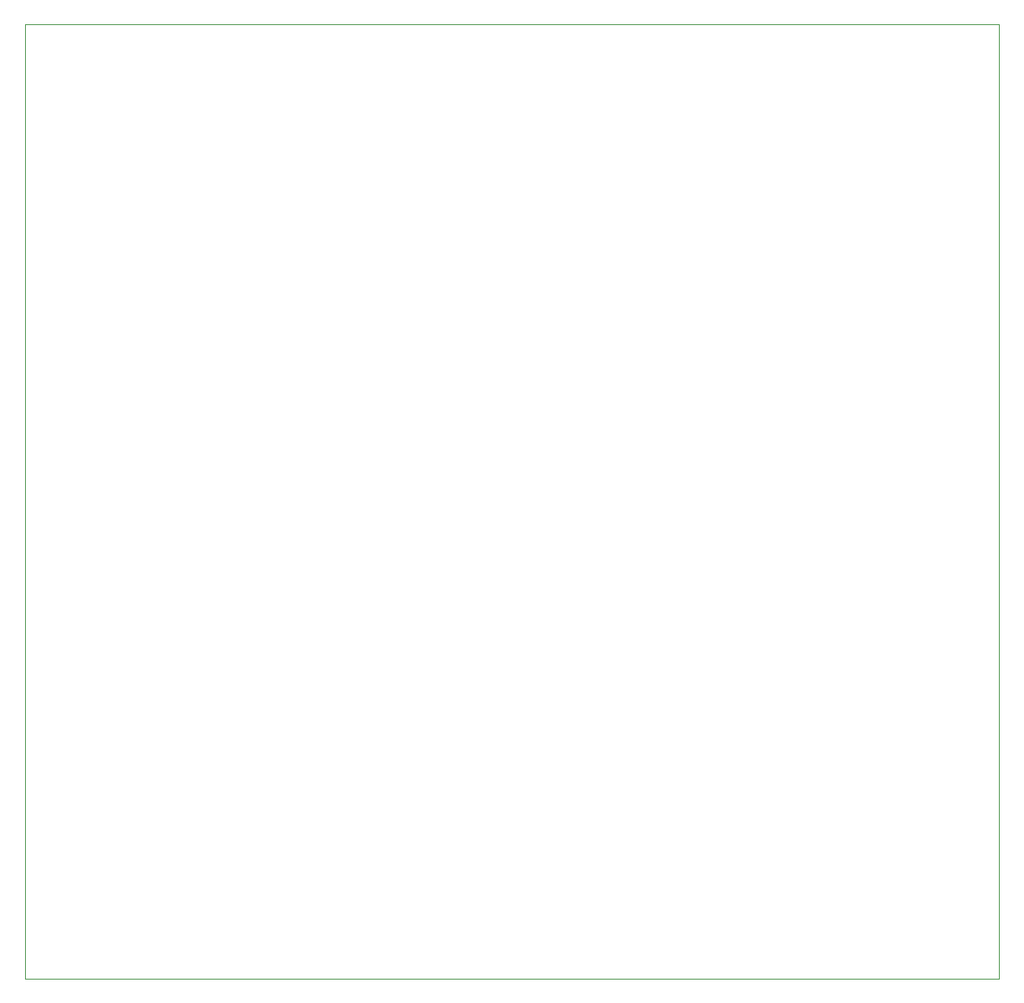
<source format=gko>
%TF.GenerationSoftware,KiCad,Pcbnew,7.0.9*%
%TF.CreationDate,2024-07-22T23:00:39+02:00*%
%TF.ProjectId,EnvSensor-Main-v2.1,456e7653-656e-4736-9f72-2d4d61696e2d,rev?*%
%TF.SameCoordinates,Original*%
%TF.FileFunction,Profile,NP*%
%FSLAX46Y46*%
G04 Gerber Fmt 4.6, Leading zero omitted, Abs format (unit mm)*
G04 Created by KiCad (PCBNEW 7.0.9) date 2024-07-22 23:00:39*
%MOMM*%
%LPD*%
G01*
G04 APERTURE LIST*
%TA.AperFunction,Profile*%
%ADD10C,0.100000*%
%TD*%
G04 APERTURE END LIST*
D10*
X20000000Y-20000000D02*
X122000000Y-20000000D01*
X122000000Y-20000000D02*
X122000000Y-120000000D01*
X122000000Y-120000000D02*
X20000000Y-120000000D01*
X20000000Y-120000000D02*
X20000000Y-20000000D01*
M02*

</source>
